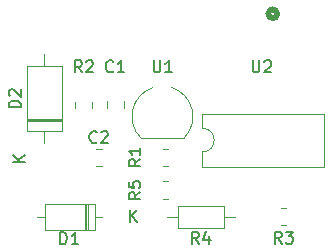
<source format=gbr>
%TF.GenerationSoftware,KiCad,Pcbnew,8.0.7*%
%TF.CreationDate,2025-02-24T23:57:51-05:00*%
%TF.ProjectId,pcb3,70636233-2e6b-4696-9361-645f70636258,rev?*%
%TF.SameCoordinates,Original*%
%TF.FileFunction,Legend,Top*%
%TF.FilePolarity,Positive*%
%FSLAX46Y46*%
G04 Gerber Fmt 4.6, Leading zero omitted, Abs format (unit mm)*
G04 Created by KiCad (PCBNEW 8.0.7) date 2025-02-24 23:57:51*
%MOMM*%
%LPD*%
G01*
G04 APERTURE LIST*
%ADD10C,0.150000*%
%ADD11C,0.120000*%
%ADD12C,0.508000*%
G04 APERTURE END LIST*
D10*
X143153333Y-104454819D02*
X142820000Y-103978628D01*
X142581905Y-104454819D02*
X142581905Y-103454819D01*
X142581905Y-103454819D02*
X142962857Y-103454819D01*
X142962857Y-103454819D02*
X143058095Y-103502438D01*
X143058095Y-103502438D02*
X143105714Y-103550057D01*
X143105714Y-103550057D02*
X143153333Y-103645295D01*
X143153333Y-103645295D02*
X143153333Y-103788152D01*
X143153333Y-103788152D02*
X143105714Y-103883390D01*
X143105714Y-103883390D02*
X143058095Y-103931009D01*
X143058095Y-103931009D02*
X142962857Y-103978628D01*
X142962857Y-103978628D02*
X142581905Y-103978628D01*
X144010476Y-103788152D02*
X144010476Y-104454819D01*
X143772381Y-103407200D02*
X143534286Y-104121485D01*
X143534286Y-104121485D02*
X144153333Y-104121485D01*
X131411905Y-104504819D02*
X131411905Y-103504819D01*
X131411905Y-103504819D02*
X131650000Y-103504819D01*
X131650000Y-103504819D02*
X131792857Y-103552438D01*
X131792857Y-103552438D02*
X131888095Y-103647676D01*
X131888095Y-103647676D02*
X131935714Y-103742914D01*
X131935714Y-103742914D02*
X131983333Y-103933390D01*
X131983333Y-103933390D02*
X131983333Y-104076247D01*
X131983333Y-104076247D02*
X131935714Y-104266723D01*
X131935714Y-104266723D02*
X131888095Y-104361961D01*
X131888095Y-104361961D02*
X131792857Y-104457200D01*
X131792857Y-104457200D02*
X131650000Y-104504819D01*
X131650000Y-104504819D02*
X131411905Y-104504819D01*
X132935714Y-104504819D02*
X132364286Y-104504819D01*
X132650000Y-104504819D02*
X132650000Y-103504819D01*
X132650000Y-103504819D02*
X132554762Y-103647676D01*
X132554762Y-103647676D02*
X132459524Y-103742914D01*
X132459524Y-103742914D02*
X132364286Y-103790533D01*
X137338095Y-102654819D02*
X137338095Y-101654819D01*
X137909523Y-102654819D02*
X137480952Y-102083390D01*
X137909523Y-101654819D02*
X137338095Y-102226247D01*
X128054819Y-92918094D02*
X127054819Y-92918094D01*
X127054819Y-92918094D02*
X127054819Y-92679999D01*
X127054819Y-92679999D02*
X127102438Y-92537142D01*
X127102438Y-92537142D02*
X127197676Y-92441904D01*
X127197676Y-92441904D02*
X127292914Y-92394285D01*
X127292914Y-92394285D02*
X127483390Y-92346666D01*
X127483390Y-92346666D02*
X127626247Y-92346666D01*
X127626247Y-92346666D02*
X127816723Y-92394285D01*
X127816723Y-92394285D02*
X127911961Y-92441904D01*
X127911961Y-92441904D02*
X128007200Y-92537142D01*
X128007200Y-92537142D02*
X128054819Y-92679999D01*
X128054819Y-92679999D02*
X128054819Y-92918094D01*
X127150057Y-91965713D02*
X127102438Y-91918094D01*
X127102438Y-91918094D02*
X127054819Y-91822856D01*
X127054819Y-91822856D02*
X127054819Y-91584761D01*
X127054819Y-91584761D02*
X127102438Y-91489523D01*
X127102438Y-91489523D02*
X127150057Y-91441904D01*
X127150057Y-91441904D02*
X127245295Y-91394285D01*
X127245295Y-91394285D02*
X127340533Y-91394285D01*
X127340533Y-91394285D02*
X127483390Y-91441904D01*
X127483390Y-91441904D02*
X128054819Y-92013332D01*
X128054819Y-92013332D02*
X128054819Y-91394285D01*
X128424819Y-97521904D02*
X127424819Y-97521904D01*
X128424819Y-96950476D02*
X127853390Y-97379047D01*
X127424819Y-96950476D02*
X127996247Y-97521904D01*
X139308095Y-88954819D02*
X139308095Y-89764342D01*
X139308095Y-89764342D02*
X139355714Y-89859580D01*
X139355714Y-89859580D02*
X139403333Y-89907200D01*
X139403333Y-89907200D02*
X139498571Y-89954819D01*
X139498571Y-89954819D02*
X139689047Y-89954819D01*
X139689047Y-89954819D02*
X139784285Y-89907200D01*
X139784285Y-89907200D02*
X139831904Y-89859580D01*
X139831904Y-89859580D02*
X139879523Y-89764342D01*
X139879523Y-89764342D02*
X139879523Y-88954819D01*
X140879523Y-89954819D02*
X140308095Y-89954819D01*
X140593809Y-89954819D02*
X140593809Y-88954819D01*
X140593809Y-88954819D02*
X140498571Y-89097676D01*
X140498571Y-89097676D02*
X140403333Y-89192914D01*
X140403333Y-89192914D02*
X140308095Y-89240533D01*
X147688095Y-88954819D02*
X147688095Y-89764342D01*
X147688095Y-89764342D02*
X147735714Y-89859580D01*
X147735714Y-89859580D02*
X147783333Y-89907200D01*
X147783333Y-89907200D02*
X147878571Y-89954819D01*
X147878571Y-89954819D02*
X148069047Y-89954819D01*
X148069047Y-89954819D02*
X148164285Y-89907200D01*
X148164285Y-89907200D02*
X148211904Y-89859580D01*
X148211904Y-89859580D02*
X148259523Y-89764342D01*
X148259523Y-89764342D02*
X148259523Y-88954819D01*
X148688095Y-89050057D02*
X148735714Y-89002438D01*
X148735714Y-89002438D02*
X148830952Y-88954819D01*
X148830952Y-88954819D02*
X149069047Y-88954819D01*
X149069047Y-88954819D02*
X149164285Y-89002438D01*
X149164285Y-89002438D02*
X149211904Y-89050057D01*
X149211904Y-89050057D02*
X149259523Y-89145295D01*
X149259523Y-89145295D02*
X149259523Y-89240533D01*
X149259523Y-89240533D02*
X149211904Y-89383390D01*
X149211904Y-89383390D02*
X148640476Y-89954819D01*
X148640476Y-89954819D02*
X149259523Y-89954819D01*
X138204819Y-100116666D02*
X137728628Y-100449999D01*
X138204819Y-100688094D02*
X137204819Y-100688094D01*
X137204819Y-100688094D02*
X137204819Y-100307142D01*
X137204819Y-100307142D02*
X137252438Y-100211904D01*
X137252438Y-100211904D02*
X137300057Y-100164285D01*
X137300057Y-100164285D02*
X137395295Y-100116666D01*
X137395295Y-100116666D02*
X137538152Y-100116666D01*
X137538152Y-100116666D02*
X137633390Y-100164285D01*
X137633390Y-100164285D02*
X137681009Y-100211904D01*
X137681009Y-100211904D02*
X137728628Y-100307142D01*
X137728628Y-100307142D02*
X137728628Y-100688094D01*
X137204819Y-99211904D02*
X137204819Y-99688094D01*
X137204819Y-99688094D02*
X137681009Y-99735713D01*
X137681009Y-99735713D02*
X137633390Y-99688094D01*
X137633390Y-99688094D02*
X137585771Y-99592856D01*
X137585771Y-99592856D02*
X137585771Y-99354761D01*
X137585771Y-99354761D02*
X137633390Y-99259523D01*
X137633390Y-99259523D02*
X137681009Y-99211904D01*
X137681009Y-99211904D02*
X137776247Y-99164285D01*
X137776247Y-99164285D02*
X138014342Y-99164285D01*
X138014342Y-99164285D02*
X138109580Y-99211904D01*
X138109580Y-99211904D02*
X138157200Y-99259523D01*
X138157200Y-99259523D02*
X138204819Y-99354761D01*
X138204819Y-99354761D02*
X138204819Y-99592856D01*
X138204819Y-99592856D02*
X138157200Y-99688094D01*
X138157200Y-99688094D02*
X138109580Y-99735713D01*
X134503333Y-95859580D02*
X134455714Y-95907200D01*
X134455714Y-95907200D02*
X134312857Y-95954819D01*
X134312857Y-95954819D02*
X134217619Y-95954819D01*
X134217619Y-95954819D02*
X134074762Y-95907200D01*
X134074762Y-95907200D02*
X133979524Y-95811961D01*
X133979524Y-95811961D02*
X133931905Y-95716723D01*
X133931905Y-95716723D02*
X133884286Y-95526247D01*
X133884286Y-95526247D02*
X133884286Y-95383390D01*
X133884286Y-95383390D02*
X133931905Y-95192914D01*
X133931905Y-95192914D02*
X133979524Y-95097676D01*
X133979524Y-95097676D02*
X134074762Y-95002438D01*
X134074762Y-95002438D02*
X134217619Y-94954819D01*
X134217619Y-94954819D02*
X134312857Y-94954819D01*
X134312857Y-94954819D02*
X134455714Y-95002438D01*
X134455714Y-95002438D02*
X134503333Y-95050057D01*
X134884286Y-95050057D02*
X134931905Y-95002438D01*
X134931905Y-95002438D02*
X135027143Y-94954819D01*
X135027143Y-94954819D02*
X135265238Y-94954819D01*
X135265238Y-94954819D02*
X135360476Y-95002438D01*
X135360476Y-95002438D02*
X135408095Y-95050057D01*
X135408095Y-95050057D02*
X135455714Y-95145295D01*
X135455714Y-95145295D02*
X135455714Y-95240533D01*
X135455714Y-95240533D02*
X135408095Y-95383390D01*
X135408095Y-95383390D02*
X134836667Y-95954819D01*
X134836667Y-95954819D02*
X135455714Y-95954819D01*
X138204819Y-97316666D02*
X137728628Y-97649999D01*
X138204819Y-97888094D02*
X137204819Y-97888094D01*
X137204819Y-97888094D02*
X137204819Y-97507142D01*
X137204819Y-97507142D02*
X137252438Y-97411904D01*
X137252438Y-97411904D02*
X137300057Y-97364285D01*
X137300057Y-97364285D02*
X137395295Y-97316666D01*
X137395295Y-97316666D02*
X137538152Y-97316666D01*
X137538152Y-97316666D02*
X137633390Y-97364285D01*
X137633390Y-97364285D02*
X137681009Y-97411904D01*
X137681009Y-97411904D02*
X137728628Y-97507142D01*
X137728628Y-97507142D02*
X137728628Y-97888094D01*
X138204819Y-96364285D02*
X138204819Y-96935713D01*
X138204819Y-96649999D02*
X137204819Y-96649999D01*
X137204819Y-96649999D02*
X137347676Y-96745237D01*
X137347676Y-96745237D02*
X137442914Y-96840475D01*
X137442914Y-96840475D02*
X137490533Y-96935713D01*
X150153333Y-104454819D02*
X149820000Y-103978628D01*
X149581905Y-104454819D02*
X149581905Y-103454819D01*
X149581905Y-103454819D02*
X149962857Y-103454819D01*
X149962857Y-103454819D02*
X150058095Y-103502438D01*
X150058095Y-103502438D02*
X150105714Y-103550057D01*
X150105714Y-103550057D02*
X150153333Y-103645295D01*
X150153333Y-103645295D02*
X150153333Y-103788152D01*
X150153333Y-103788152D02*
X150105714Y-103883390D01*
X150105714Y-103883390D02*
X150058095Y-103931009D01*
X150058095Y-103931009D02*
X149962857Y-103978628D01*
X149962857Y-103978628D02*
X149581905Y-103978628D01*
X150486667Y-103454819D02*
X151105714Y-103454819D01*
X151105714Y-103454819D02*
X150772381Y-103835771D01*
X150772381Y-103835771D02*
X150915238Y-103835771D01*
X150915238Y-103835771D02*
X151010476Y-103883390D01*
X151010476Y-103883390D02*
X151058095Y-103931009D01*
X151058095Y-103931009D02*
X151105714Y-104026247D01*
X151105714Y-104026247D02*
X151105714Y-104264342D01*
X151105714Y-104264342D02*
X151058095Y-104359580D01*
X151058095Y-104359580D02*
X151010476Y-104407200D01*
X151010476Y-104407200D02*
X150915238Y-104454819D01*
X150915238Y-104454819D02*
X150629524Y-104454819D01*
X150629524Y-104454819D02*
X150534286Y-104407200D01*
X150534286Y-104407200D02*
X150486667Y-104359580D01*
X133233333Y-89954819D02*
X132900000Y-89478628D01*
X132661905Y-89954819D02*
X132661905Y-88954819D01*
X132661905Y-88954819D02*
X133042857Y-88954819D01*
X133042857Y-88954819D02*
X133138095Y-89002438D01*
X133138095Y-89002438D02*
X133185714Y-89050057D01*
X133185714Y-89050057D02*
X133233333Y-89145295D01*
X133233333Y-89145295D02*
X133233333Y-89288152D01*
X133233333Y-89288152D02*
X133185714Y-89383390D01*
X133185714Y-89383390D02*
X133138095Y-89431009D01*
X133138095Y-89431009D02*
X133042857Y-89478628D01*
X133042857Y-89478628D02*
X132661905Y-89478628D01*
X133614286Y-89050057D02*
X133661905Y-89002438D01*
X133661905Y-89002438D02*
X133757143Y-88954819D01*
X133757143Y-88954819D02*
X133995238Y-88954819D01*
X133995238Y-88954819D02*
X134090476Y-89002438D01*
X134090476Y-89002438D02*
X134138095Y-89050057D01*
X134138095Y-89050057D02*
X134185714Y-89145295D01*
X134185714Y-89145295D02*
X134185714Y-89240533D01*
X134185714Y-89240533D02*
X134138095Y-89383390D01*
X134138095Y-89383390D02*
X133566667Y-89954819D01*
X133566667Y-89954819D02*
X134185714Y-89954819D01*
X135883333Y-89859580D02*
X135835714Y-89907200D01*
X135835714Y-89907200D02*
X135692857Y-89954819D01*
X135692857Y-89954819D02*
X135597619Y-89954819D01*
X135597619Y-89954819D02*
X135454762Y-89907200D01*
X135454762Y-89907200D02*
X135359524Y-89811961D01*
X135359524Y-89811961D02*
X135311905Y-89716723D01*
X135311905Y-89716723D02*
X135264286Y-89526247D01*
X135264286Y-89526247D02*
X135264286Y-89383390D01*
X135264286Y-89383390D02*
X135311905Y-89192914D01*
X135311905Y-89192914D02*
X135359524Y-89097676D01*
X135359524Y-89097676D02*
X135454762Y-89002438D01*
X135454762Y-89002438D02*
X135597619Y-88954819D01*
X135597619Y-88954819D02*
X135692857Y-88954819D01*
X135692857Y-88954819D02*
X135835714Y-89002438D01*
X135835714Y-89002438D02*
X135883333Y-89050057D01*
X136835714Y-89954819D02*
X136264286Y-89954819D01*
X136550000Y-89954819D02*
X136550000Y-88954819D01*
X136550000Y-88954819D02*
X136454762Y-89097676D01*
X136454762Y-89097676D02*
X136359524Y-89192914D01*
X136359524Y-89192914D02*
X136264286Y-89240533D01*
D11*
%TO.C,R4*%
X140450000Y-102180000D02*
X141400000Y-102180000D01*
X141400000Y-101260000D02*
X141400000Y-103100000D01*
X141400000Y-103100000D02*
X145240000Y-103100000D01*
X145240000Y-101260000D02*
X141400000Y-101260000D01*
X145240000Y-103100000D02*
X145240000Y-101260000D01*
X146190000Y-102180000D02*
X145240000Y-102180000D01*
%TO.C,D1*%
X129430000Y-102200000D02*
X130080000Y-102200000D01*
X130080000Y-101080000D02*
X130080000Y-103320000D01*
X130080000Y-103320000D02*
X134320000Y-103320000D01*
X133480000Y-103320000D02*
X133480000Y-101080000D01*
X133600000Y-103320000D02*
X133600000Y-101080000D01*
X133720000Y-103320000D02*
X133720000Y-101080000D01*
X134320000Y-101080000D02*
X130080000Y-101080000D01*
X134320000Y-103320000D02*
X134320000Y-101080000D01*
X134970000Y-102200000D02*
X134320000Y-102200000D01*
%TO.C,D2*%
X128600000Y-89460000D02*
X128600000Y-94900000D01*
X128600000Y-93880000D02*
X131540000Y-93880000D01*
X128600000Y-94000000D02*
X131540000Y-94000000D01*
X128600000Y-94120000D02*
X131540000Y-94120000D01*
X128600000Y-94900000D02*
X131540000Y-94900000D01*
X130070000Y-88440000D02*
X130070000Y-89460000D01*
X130070000Y-95920000D02*
X130070000Y-94900000D01*
X131540000Y-89460000D02*
X128600000Y-89460000D01*
X131540000Y-94900000D02*
X131540000Y-89460000D01*
%TO.C,U1*%
X138270000Y-95550000D02*
X141870000Y-95550000D01*
X138258547Y-95542156D02*
G75*
G02*
X139250000Y-91250000I1811453J1842156D01*
G01*
X140850000Y-91250000D02*
G75*
G02*
X141878445Y-95527684I-780000J-2450000D01*
G01*
%TO.C,U2*%
X143440000Y-93445000D02*
X143440000Y-94695000D01*
X143440000Y-96695000D02*
X143440000Y-97945000D01*
X143440000Y-97945000D02*
X153720000Y-97945000D01*
X153720000Y-93445000D02*
X143440000Y-93445000D01*
X153720000Y-97945000D02*
X153720000Y-93445000D01*
X143440000Y-94695000D02*
G75*
G02*
X143440000Y-96695000I0J-1000000D01*
G01*
%TO.C,R5*%
X140092936Y-99195000D02*
X140547064Y-99195000D01*
X140092936Y-100665000D02*
X140547064Y-100665000D01*
%TO.C,C2*%
X134408748Y-96445000D02*
X134931252Y-96445000D01*
X134408748Y-97915000D02*
X134931252Y-97915000D01*
%TO.C,R1*%
X140547064Y-96445000D02*
X140092936Y-96445000D01*
X140547064Y-97915000D02*
X140092936Y-97915000D01*
%TO.C,R3*%
X150547064Y-101445000D02*
X150092936Y-101445000D01*
X150547064Y-102915000D02*
X150092936Y-102915000D01*
%TO.C,R2*%
X132635000Y-92957064D02*
X132635000Y-92502936D01*
X134105000Y-92957064D02*
X134105000Y-92502936D01*
%TO.C,C1*%
X135335000Y-92941252D02*
X135335000Y-92418748D01*
X136805000Y-92941252D02*
X136805000Y-92418748D01*
D12*
%TO.C,J1*%
X149786000Y-85000000D02*
G75*
G02*
X149024000Y-85000000I-381000J0D01*
G01*
X149024000Y-85000000D02*
G75*
G02*
X149786000Y-85000000I381000J0D01*
G01*
%TD*%
M02*

</source>
